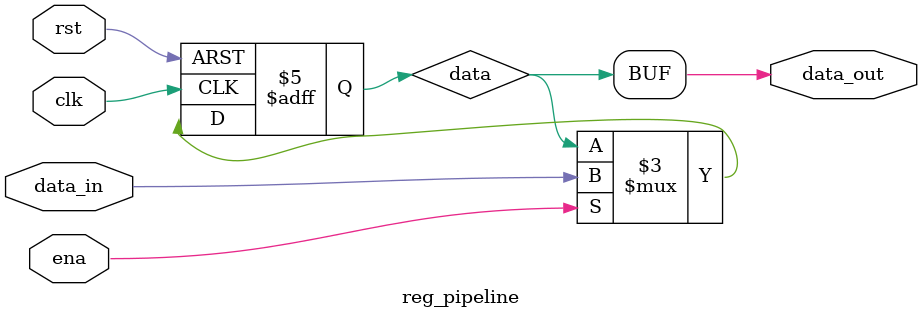
<source format=v>
`timescale 1ns / 1ps


module reg_pipeline# (parameter in_width = 1)(
    input clk,
    input rst,
    input ena,
    input [in_width-1:0]data_in,
    output [in_width-1:0]data_out
    );
    
    reg [in_width-1:0]data = 0;
    
    always @(posedge clk or posedge rst) begin
        if(rst) data<=0;        //reset key
        else begin
            if(ena) data<=data_in;        //enable ,input
        end
    end
    
    assign data_out = data;

endmodule

</source>
